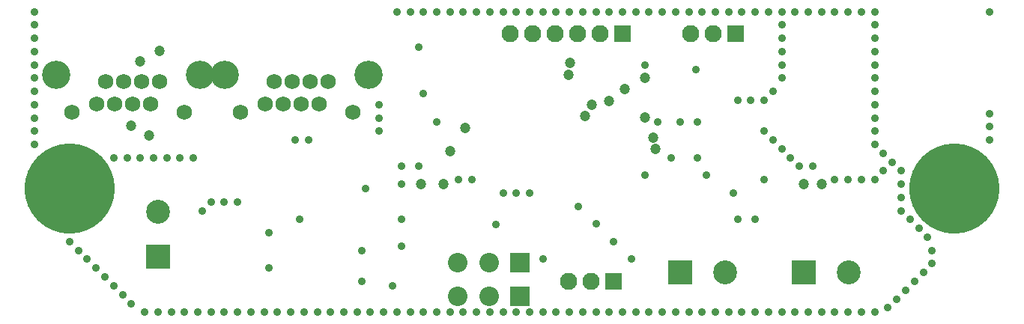
<source format=gbs>
G04*
G04 #@! TF.GenerationSoftware,Altium Limited,Altium Designer,20.0.11 (256)*
G04*
G04 Layer_Color=16711935*
%FSLAX25Y25*%
%MOIN*%
G70*
G01*
G75*
%ADD62C,0.10642*%
%ADD63R,0.10642X0.10642*%
%ADD64R,0.10642X0.10642*%
%ADD65R,0.07690X0.07690*%
%ADD66C,0.07690*%
%ADD67C,0.06800*%
%ADD68C,0.12611*%
%ADD69R,0.08674X0.08674*%
%ADD70C,0.08674*%
%ADD71C,0.40170*%
%ADD72C,0.03556*%
%ADD73C,0.04737*%
D62*
X59055Y48642D02*
D03*
X311339Y21811D02*
D03*
X366457D02*
D03*
D63*
X59055Y28642D02*
D03*
D64*
X291339Y21811D02*
D03*
X346457D02*
D03*
D65*
X261811Y17717D02*
D03*
X315945Y127953D02*
D03*
X265748Y127953D02*
D03*
D66*
X251811Y17717D02*
D03*
X241811D02*
D03*
X295945Y127953D02*
D03*
X305945D02*
D03*
X255748Y127953D02*
D03*
X245748D02*
D03*
X235748D02*
D03*
X225748D02*
D03*
X215748D02*
D03*
D67*
X59842Y106595D02*
D03*
X55827Y96595D02*
D03*
X51850Y106595D02*
D03*
X47835Y96595D02*
D03*
X43858Y106595D02*
D03*
X39843Y96595D02*
D03*
X35866Y106595D02*
D03*
X31850Y96595D02*
D03*
X20866Y93091D02*
D03*
X70866D02*
D03*
X134646Y106595D02*
D03*
X130630Y96595D02*
D03*
X126654Y106595D02*
D03*
X122638Y96595D02*
D03*
X118661Y106595D02*
D03*
X114646Y96595D02*
D03*
X110669Y106595D02*
D03*
X106653Y96595D02*
D03*
X95669Y93091D02*
D03*
X145669D02*
D03*
D68*
X13858Y109783D02*
D03*
X77874D02*
D03*
X88661D02*
D03*
X152677D02*
D03*
D69*
X220079Y26024D02*
D03*
Y11024D02*
D03*
D70*
X206299Y26024D02*
D03*
X192520D02*
D03*
Y11024D02*
D03*
X206299D02*
D03*
D71*
X413386Y59055D02*
D03*
X19685D02*
D03*
D72*
X177165Y101378D02*
D03*
X165354Y137795D02*
D03*
X171260D02*
D03*
X177165D02*
D03*
X298425Y112205D02*
D03*
X275590Y114173D02*
D03*
X299213Y88583D02*
D03*
X291339D02*
D03*
X281496D02*
D03*
X275590Y64961D02*
D03*
X299213Y72835D02*
D03*
X287402D02*
D03*
X314961Y57087D02*
D03*
X303150Y64961D02*
D03*
X328740Y62992D02*
D03*
X324803Y45276D02*
D03*
X316929D02*
D03*
X269685Y27559D02*
D03*
X261811Y35433D02*
D03*
X253937Y43307D02*
D03*
X246063Y51181D02*
D03*
X183071Y88583D02*
D03*
X198819Y62992D02*
D03*
X192913D02*
D03*
X224410Y57087D02*
D03*
X218504D02*
D03*
X212598D02*
D03*
X209355Y42913D02*
D03*
X230315Y27559D02*
D03*
X108268Y39370D02*
D03*
X149606Y31496D02*
D03*
X151575Y59055D02*
D03*
X167323Y45276D02*
D03*
Y33465D02*
D03*
X163386Y15748D02*
D03*
X149606Y17717D02*
D03*
X122047Y45276D02*
D03*
X108268Y23622D02*
D03*
X94488Y53150D02*
D03*
X88583D02*
D03*
X82677D02*
D03*
X78740Y49213D02*
D03*
X3937Y137795D02*
D03*
Y131890D02*
D03*
Y125984D02*
D03*
Y120079D02*
D03*
Y114173D02*
D03*
Y108268D02*
D03*
Y102362D02*
D03*
Y96457D02*
D03*
Y90551D02*
D03*
Y84646D02*
D03*
Y78740D02*
D03*
X125984Y80709D02*
D03*
X120079D02*
D03*
X157480Y84646D02*
D03*
Y90551D02*
D03*
Y96457D02*
D03*
X429134Y137795D02*
D03*
Y92520D02*
D03*
Y86614D02*
D03*
Y80709D02*
D03*
X381890Y66929D02*
D03*
X377953Y62992D02*
D03*
X372047D02*
D03*
X366142D02*
D03*
X360236D02*
D03*
X350394Y68898D02*
D03*
X344488D02*
D03*
X340551Y72835D02*
D03*
X336614Y76772D02*
D03*
X332677Y80709D02*
D03*
X328740Y84646D02*
D03*
X332677Y102362D02*
D03*
X328740Y98425D02*
D03*
X322835D02*
D03*
X316929D02*
D03*
X336614Y108268D02*
D03*
Y114173D02*
D03*
Y120079D02*
D03*
Y125984D02*
D03*
Y131890D02*
D03*
X403543Y31496D02*
D03*
X401575Y37402D02*
D03*
X397638Y41339D02*
D03*
X393701Y45276D02*
D03*
X389764Y49213D02*
D03*
Y55118D02*
D03*
Y61024D02*
D03*
Y66929D02*
D03*
X385827Y70866D02*
D03*
X381890Y74803D02*
D03*
X377953Y78740D02*
D03*
Y84646D02*
D03*
Y90551D02*
D03*
Y96457D02*
D03*
Y102362D02*
D03*
Y108268D02*
D03*
Y114173D02*
D03*
Y120079D02*
D03*
Y125984D02*
D03*
Y131890D02*
D03*
X403543Y25591D02*
D03*
X399606Y21654D02*
D03*
X395669Y17717D02*
D03*
X391732Y13780D02*
D03*
X387795Y9843D02*
D03*
X383858Y5906D02*
D03*
X19685Y35433D02*
D03*
X23622Y31496D02*
D03*
X27559Y27559D02*
D03*
X31496Y23622D02*
D03*
X35433Y19685D02*
D03*
X39370Y15748D02*
D03*
X43307Y11811D02*
D03*
X47244Y7874D02*
D03*
X175197Y122047D02*
D03*
Y68898D02*
D03*
X167323Y61024D02*
D03*
Y68898D02*
D03*
X74803Y72835D02*
D03*
X68898D02*
D03*
X62992D02*
D03*
X57087D02*
D03*
X51181D02*
D03*
X45276D02*
D03*
X39370D02*
D03*
X183071Y137795D02*
D03*
X188976D02*
D03*
X194882D02*
D03*
X200787D02*
D03*
X206693D02*
D03*
X212598D02*
D03*
X218504D02*
D03*
X224410D02*
D03*
X230315D02*
D03*
X236221D02*
D03*
X242126D02*
D03*
X248031D02*
D03*
X253937D02*
D03*
X259842D02*
D03*
X265748D02*
D03*
X271654D02*
D03*
X277559D02*
D03*
X283465D02*
D03*
X289370D02*
D03*
X295276D02*
D03*
X301181D02*
D03*
X307087D02*
D03*
X312992D02*
D03*
X318898D02*
D03*
X324803D02*
D03*
X330709D02*
D03*
X336614D02*
D03*
X342520D02*
D03*
X348425D02*
D03*
X354331D02*
D03*
X360236D02*
D03*
X366142D02*
D03*
X372047D02*
D03*
X377953D02*
D03*
Y3937D02*
D03*
X372047D02*
D03*
X366142D02*
D03*
X360236D02*
D03*
X354331D02*
D03*
X348425D02*
D03*
X342520D02*
D03*
X336614D02*
D03*
X330709D02*
D03*
X324803D02*
D03*
X318898D02*
D03*
X312992D02*
D03*
X307087D02*
D03*
X301181D02*
D03*
X295276D02*
D03*
X289370D02*
D03*
X283465D02*
D03*
X277559D02*
D03*
X271654D02*
D03*
X265748D02*
D03*
X259842D02*
D03*
X253937D02*
D03*
X248031D02*
D03*
X242126D02*
D03*
X236221D02*
D03*
X230315D02*
D03*
X224410D02*
D03*
X218504D02*
D03*
X212598D02*
D03*
X206693D02*
D03*
X200787D02*
D03*
X194882D02*
D03*
X188976D02*
D03*
X183071D02*
D03*
X177165D02*
D03*
X171260D02*
D03*
X165354D02*
D03*
X159449D02*
D03*
X153543D02*
D03*
X147638D02*
D03*
X141732D02*
D03*
X135827D02*
D03*
X129921D02*
D03*
X124016D02*
D03*
X118110D02*
D03*
X112205D02*
D03*
X106299D02*
D03*
X100394D02*
D03*
X94488D02*
D03*
X88583D02*
D03*
X82677D02*
D03*
X76772D02*
D03*
X70866D02*
D03*
X64961D02*
D03*
X59055D02*
D03*
X53150D02*
D03*
D73*
X188976Y75787D02*
D03*
X195669Y86023D02*
D03*
X346457Y61024D02*
D03*
X354331D02*
D03*
X275590Y108268D02*
D03*
X275787Y90847D02*
D03*
X279528Y81693D02*
D03*
X251969Y96457D02*
D03*
X280512Y76772D02*
D03*
X249015Y91535D02*
D03*
X266732Y103347D02*
D03*
X259843Y97967D02*
D03*
X242523Y115157D02*
D03*
X241811Y109783D02*
D03*
X176181Y61024D02*
D03*
X186024D02*
D03*
X59842Y120472D02*
D03*
X51181Y115748D02*
D03*
X55118Y82677D02*
D03*
X47244Y87008D02*
D03*
M02*

</source>
